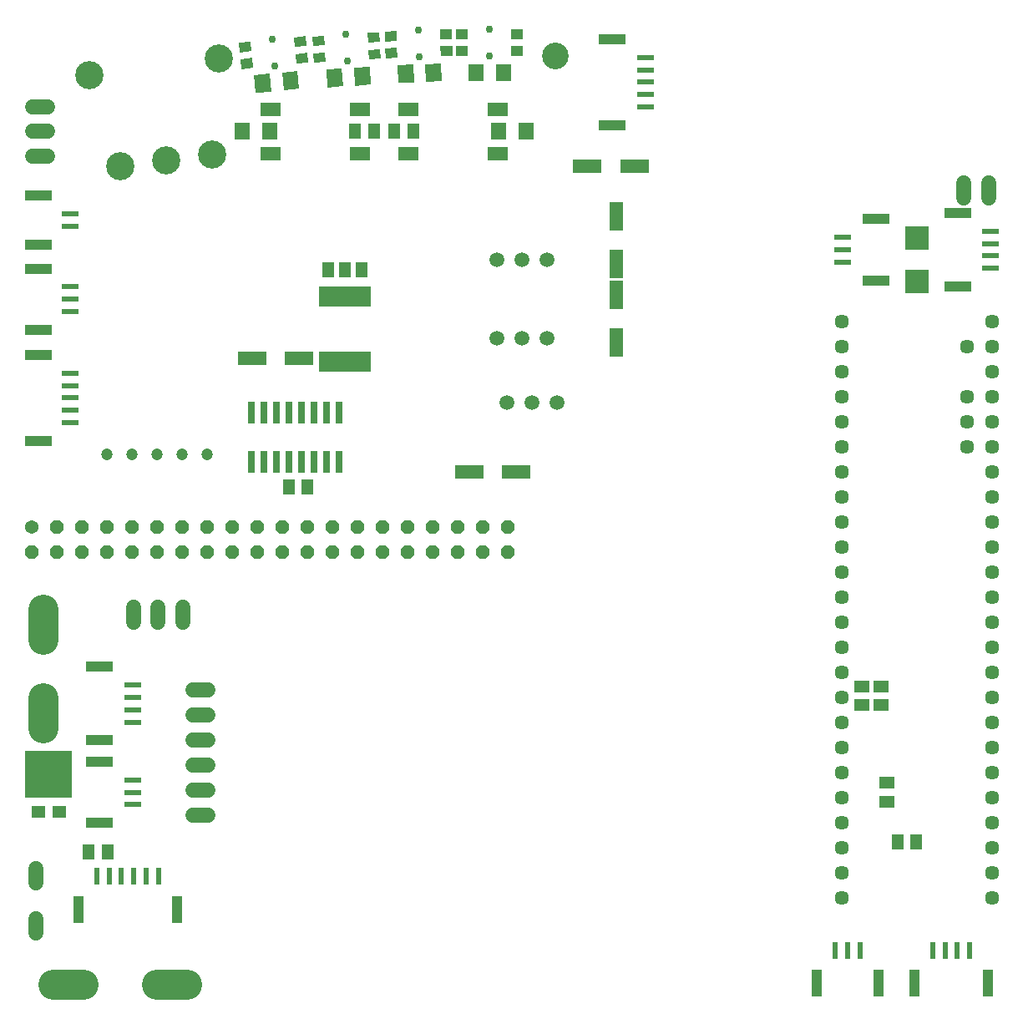
<source format=gbr>
G04 EAGLE Gerber RS-274X export*
G75*
%MOMM*%
%FSLAX34Y34*%
%LPD*%
%INSoldermask Top*%
%IPPOS*%
%AMOC8*
5,1,8,0,0,1.08239X$1,22.5*%
G01*
%ADD10C,2.700000*%
%ADD11R,3.000000X1.400000*%
%ADD12R,1.400000X3.000000*%
%ADD13R,4.800000X4.720000*%
%ADD14R,1.400000X1.270000*%
%ADD15C,1.500000*%
%ADD16C,1.500000*%
%ADD17C,1.371600*%
%ADD18P,1.484606X8X22.500000*%
%ADD19C,3.009900*%
%ADD20C,1.524000*%
%ADD21R,0.600000X1.700000*%
%ADD22R,1.000000X2.800000*%
%ADD23R,1.700000X0.600000*%
%ADD24R,2.800000X1.000000*%
%ADD25R,2.700000X1.000000*%
%ADD26C,2.850000*%
%ADD27C,1.447800*%
%ADD28R,2.400000X2.400000*%
%ADD29R,1.200000X1.000000*%
%ADD30C,0.750000*%
%ADD31R,1.600000X1.803000*%
%ADD32R,0.639100X2.268500*%
%ADD33R,1.300000X1.500000*%
%ADD34R,5.300000X2.000000*%
%ADD35C,1.200000*%
%ADD36R,2.100000X1.400000*%
%ADD37R,1.500000X1.300000*%


D10*
X544000Y966651D03*
D11*
X456000Y545000D03*
X504000Y545000D03*
D12*
X605000Y724000D03*
X605000Y676000D03*
D13*
X30000Y238100D03*
D14*
X19600Y200000D03*
X40400Y200000D03*
D15*
X510000Y680000D03*
X484600Y680000D03*
X535400Y680000D03*
X520000Y615000D03*
X545400Y615000D03*
X494600Y615000D03*
D16*
X17000Y142900D02*
X17000Y127900D01*
X17000Y92100D02*
X17000Y77100D01*
D17*
X12700Y489351D03*
D18*
X12700Y463951D03*
X38100Y489351D03*
X38100Y463951D03*
X63500Y489351D03*
X63500Y463951D03*
X88900Y489351D03*
X88900Y463951D03*
X114300Y489351D03*
X114300Y463951D03*
X139700Y489351D03*
X139700Y463951D03*
X165100Y489351D03*
X165100Y463951D03*
X190500Y489351D03*
X190500Y463951D03*
X215900Y489351D03*
X215900Y463951D03*
X241300Y489351D03*
X241300Y463951D03*
X266700Y489351D03*
X266700Y463951D03*
X292100Y489351D03*
X292100Y463951D03*
X317500Y489351D03*
X317500Y463951D03*
X342900Y489351D03*
X342900Y463951D03*
X368300Y489351D03*
X368300Y463951D03*
X393700Y489351D03*
X393700Y463951D03*
X419100Y489351D03*
X419100Y463951D03*
X444500Y489351D03*
X444500Y463951D03*
X469900Y489351D03*
X469900Y463951D03*
X495300Y489351D03*
X495300Y463951D03*
D19*
X65050Y25000D02*
X34951Y25000D01*
X139951Y25000D02*
X170050Y25000D01*
X25000Y284951D02*
X25000Y315050D01*
X25000Y374951D02*
X25000Y405050D01*
D20*
X176380Y323500D02*
X191620Y323500D01*
X191620Y298100D02*
X176380Y298100D01*
X176380Y272700D02*
X191620Y272700D01*
X191620Y247300D02*
X176380Y247300D01*
X176380Y221900D02*
X191620Y221900D01*
X191620Y196500D02*
X176380Y196500D01*
D21*
X827500Y60000D03*
X840000Y60000D03*
D22*
X871000Y26500D03*
X809000Y26500D03*
D21*
X852500Y60000D03*
X926250Y60000D03*
X938750Y60000D03*
D22*
X982250Y26500D03*
X907750Y26500D03*
D21*
X951250Y60000D03*
X963750Y60000D03*
D16*
X166000Y392500D02*
X166000Y407500D01*
X141000Y407500D02*
X141000Y392500D01*
X116000Y392500D02*
X116000Y407500D01*
D21*
X78750Y135000D03*
X91250Y135000D03*
D22*
X159750Y101500D03*
X60250Y101500D03*
D21*
X103750Y135000D03*
X116250Y135000D03*
X128750Y135000D03*
X141250Y135000D03*
D23*
X115000Y328750D03*
X115000Y316250D03*
D24*
X81500Y272750D03*
X81500Y347250D03*
D23*
X115000Y303750D03*
X115000Y291250D03*
D16*
X28500Y915000D02*
X13500Y915000D01*
X13500Y890000D02*
X28500Y890000D01*
X28500Y865000D02*
X13500Y865000D01*
D23*
X835000Y757500D03*
X835000Y770000D03*
D24*
X868500Y801000D03*
X868500Y739000D03*
D23*
X835000Y782500D03*
X51500Y732500D03*
X51500Y720000D03*
D25*
X19500Y689000D03*
X19500Y751000D03*
D23*
X51500Y707500D03*
X985000Y788750D03*
X985000Y776250D03*
D24*
X951500Y732750D03*
X951500Y807250D03*
D23*
X985000Y763750D03*
X985000Y751250D03*
X115000Y232500D03*
X115000Y220000D03*
D24*
X81500Y189000D03*
X81500Y251000D03*
D23*
X115000Y207500D03*
X51500Y806250D03*
X51500Y793750D03*
D25*
X19500Y775250D03*
X19500Y824750D03*
D23*
X51500Y645000D03*
X51500Y632500D03*
D25*
X19500Y576500D03*
X19500Y663500D03*
D23*
X51500Y620000D03*
X51500Y607500D03*
X51500Y595000D03*
D26*
X102832Y854621D03*
X196028Y866891D03*
X149430Y860756D03*
X71506Y946619D03*
X202476Y963862D03*
D27*
X833800Y697100D03*
X833800Y671700D03*
X833800Y646300D03*
X833800Y620900D03*
X833800Y595500D03*
X833800Y570100D03*
X833800Y544700D03*
X833800Y519300D03*
X833800Y493900D03*
X833800Y468500D03*
X833800Y443100D03*
X833800Y417700D03*
X833800Y392300D03*
X833800Y366900D03*
X833800Y316100D03*
X833800Y290700D03*
X833800Y265300D03*
X833800Y239900D03*
X986200Y366900D03*
X986200Y392300D03*
X986200Y417700D03*
X986200Y443100D03*
X986200Y468500D03*
X986200Y493900D03*
X986200Y519300D03*
X986200Y544700D03*
X986200Y570100D03*
X986200Y595500D03*
X986200Y620900D03*
X986200Y646300D03*
X986200Y671700D03*
X986200Y697100D03*
X960800Y671700D03*
X960800Y620900D03*
X960800Y595500D03*
X960800Y570100D03*
X833800Y341500D03*
X986200Y239900D03*
X986200Y265300D03*
X986200Y290700D03*
X986200Y316100D03*
X986200Y341500D03*
X833800Y214500D03*
X833800Y189100D03*
X833800Y163700D03*
X833800Y138300D03*
X833800Y112900D03*
X986200Y112900D03*
X986200Y214500D03*
X986200Y189100D03*
X986200Y163700D03*
X986200Y138300D03*
D20*
X982700Y822380D02*
X982700Y837620D01*
X957300Y837620D02*
X957300Y822380D01*
D28*
X910000Y738000D03*
X910000Y782000D03*
D29*
G36*
X237395Y954454D02*
X225451Y953303D01*
X224493Y963256D01*
X236437Y964407D01*
X237395Y954454D01*
G37*
G36*
X235765Y971376D02*
X223821Y970225D01*
X222863Y980178D01*
X234807Y981329D01*
X235765Y971376D01*
G37*
G36*
X291507Y976744D02*
X279563Y975593D01*
X278605Y985546D01*
X290549Y986697D01*
X291507Y976744D01*
G37*
G36*
X293137Y959822D02*
X281193Y958671D01*
X280235Y968624D01*
X292179Y969775D01*
X293137Y959822D01*
G37*
D30*
X256682Y983687D03*
X259318Y956313D03*
D31*
G36*
X255672Y930431D02*
X239746Y928897D01*
X238018Y946843D01*
X253944Y948377D01*
X255672Y930431D01*
G37*
G36*
X283982Y933157D02*
X268056Y931623D01*
X266328Y949569D01*
X282254Y951103D01*
X283982Y933157D01*
G37*
D32*
X324450Y605234D03*
X311750Y605234D03*
X299050Y605234D03*
X286350Y605234D03*
X273650Y605234D03*
X260950Y605234D03*
X248250Y605234D03*
X235550Y605234D03*
X235550Y554766D03*
X248250Y554766D03*
X260950Y554766D03*
X273650Y554766D03*
X286350Y554766D03*
X299050Y554766D03*
X311750Y554766D03*
X324450Y554766D03*
D33*
X273500Y530000D03*
X292500Y530000D03*
D11*
X236000Y660000D03*
X284000Y660000D03*
X576000Y855000D03*
X624000Y855000D03*
D33*
X347000Y750000D03*
X330000Y750000D03*
X313000Y750000D03*
D15*
X510000Y760000D03*
X484600Y760000D03*
X535400Y760000D03*
D12*
X605000Y804000D03*
X605000Y756000D03*
D34*
X330000Y657000D03*
X330000Y723000D03*
D35*
X165400Y562700D03*
X140000Y562700D03*
X190800Y562700D03*
X114600Y562700D03*
X89200Y562700D03*
D36*
X254500Y867500D03*
X254500Y912500D03*
X345500Y867500D03*
X345500Y912500D03*
D31*
X254220Y890000D03*
X225780Y890000D03*
D33*
X340500Y890000D03*
X359500Y890000D03*
D36*
X394500Y867500D03*
X394500Y912500D03*
X485500Y867500D03*
X485500Y912500D03*
D31*
X485780Y890000D03*
X514220Y890000D03*
D33*
X399500Y890000D03*
X380500Y890000D03*
D29*
G36*
X310865Y960182D02*
X298888Y959450D01*
X298277Y969430D01*
X310254Y970162D01*
X310865Y960182D01*
G37*
G36*
X309827Y977151D02*
X297850Y976419D01*
X297239Y986399D01*
X309216Y987131D01*
X309827Y977151D01*
G37*
G36*
X365723Y980570D02*
X353746Y979838D01*
X353135Y989818D01*
X365112Y990550D01*
X365723Y980570D01*
G37*
G36*
X366761Y963601D02*
X354784Y962869D01*
X354173Y972849D01*
X366150Y973581D01*
X366761Y963601D01*
G37*
D30*
X331161Y988724D03*
X332839Y961276D03*
D31*
G36*
X328342Y935623D02*
X312373Y934646D01*
X311272Y952641D01*
X327241Y953618D01*
X328342Y935623D01*
G37*
G36*
X356728Y937359D02*
X340759Y936382D01*
X339658Y954377D01*
X355627Y955354D01*
X356728Y937359D01*
G37*
D29*
G36*
X383484Y964741D02*
X371493Y964322D01*
X371144Y974315D01*
X383135Y974734D01*
X383484Y964741D01*
G37*
G36*
X382890Y981731D02*
X370899Y981312D01*
X370550Y991305D01*
X382541Y991724D01*
X382890Y981731D01*
G37*
G36*
X438856Y983685D02*
X426865Y983266D01*
X426516Y993259D01*
X438507Y993678D01*
X438856Y983685D01*
G37*
G36*
X439450Y966695D02*
X427459Y966276D01*
X427110Y976269D01*
X439101Y976688D01*
X439450Y966695D01*
G37*
D30*
X404520Y992742D03*
X405480Y965258D03*
D31*
G36*
X400098Y939774D02*
X384109Y939216D01*
X383480Y957234D01*
X399469Y957792D01*
X400098Y939774D01*
G37*
G36*
X428520Y940766D02*
X412531Y940208D01*
X411902Y958226D01*
X427891Y958784D01*
X428520Y940766D01*
G37*
D37*
X874000Y308500D03*
X874000Y327500D03*
D29*
X449000Y971500D03*
X449000Y988500D03*
X505000Y988500D03*
X505000Y971500D03*
D30*
X477000Y993750D03*
X477000Y966250D03*
D31*
X462780Y950000D03*
X491220Y950000D03*
D37*
X854000Y308500D03*
X854000Y327500D03*
D33*
X89500Y160000D03*
X70500Y160000D03*
D23*
X635000Y965000D03*
X635000Y952500D03*
D24*
X601500Y896500D03*
X601500Y983500D03*
D23*
X635000Y940000D03*
X635000Y927500D03*
X635000Y915000D03*
D37*
X880000Y210500D03*
X880000Y229500D03*
D33*
X890500Y170000D03*
X909500Y170000D03*
M02*

</source>
